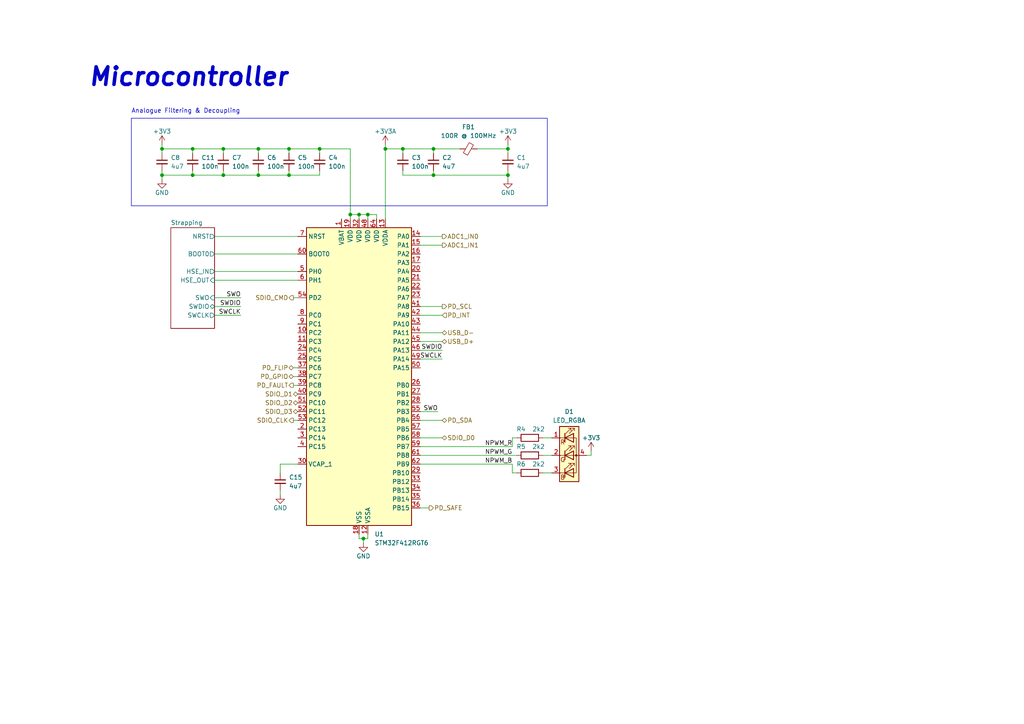
<source format=kicad_sch>
(kicad_sch (version 20230121) (generator eeschema)
  (paper "A4")
  (title_block (title "USBC-PowerSwitcher") (date "2023-08-26") (rev "R0") (company "s-grundner"))
  (lib_symbols
    (symbol "Device:C_Small" (pin_numbers hide) (pin_names (offset 0.254) hide)
      (property "Reference" "C" (at 0.254 1.778 0))
      (property "Value" "C_Small" (at 0.254 -2.032 0))
      (symbol "C_Small_0_1"
        (polyline (pts (xy -1.524 -0.508) (xy 1.524 -0.508)) (stroke (width 0.3302)))
        (polyline (pts (xy -1.524 0.508) (xy 1.524 0.508)) (stroke (width 0.3048)))
      )
      (symbol "C_Small_1_1"
        (pin passive line (at 0 2.54 270) (length 2.032) (name "~") (number "1"))
        (pin passive line (at 0 -2.54 90) (length 2.032) (name "~") (number "2"))
      )
    )
    (symbol "Device:FerriteBead_Small" (pin_numbers hide) (pin_names (offset 0))
      (property "Reference" "FB" (at 1.905 1.27 0))
      (property "Value" "FerriteBead_Small" (at 1.905 -1.27 0))
      (symbol "FerriteBead_Small_0_1"
        (polyline (pts (xy 0 -1.27) (xy 0 -0.7874)))
        (polyline (pts (xy 0 0.889) (xy 0 1.2954)))
        (polyline (pts (xy -1.8288 0.2794) (xy -1.1176 1.4986) (xy 1.8288 -0.2032) (xy 1.1176 -1.4224) (xy -1.8288 0.2794)))
      )
      (symbol "FerriteBead_Small_1_1"
        (pin passive line (at 0 2.54 270) (length 1.27) (name "~") (number "1"))
        (pin passive line (at 0 -2.54 90) (length 1.27) (name "~") (number "2"))
      )
    )
    (symbol "Device:LED_RGBA" (pin_names (offset 0) hide)
      (property "Reference" "D" (at 0 9.398 0))
      (property "Value" "LED_RGBA" (at 0 -8.89 0))
      (symbol "LED_RGBA_0_0"
        (text "B" (at -1.905 -6.35 0) (effects (font (size 1.27 1.27))))
        (text "G" (at -1.905 -1.27 0) (effects (font (size 1.27 1.27))))
        (text "R" (at -1.905 3.81 0) (effects (font (size 1.27 1.27))))
      )
      (symbol "LED_RGBA_0_1"
        (polyline (pts (xy -1.27 -5.08) (xy -2.54 -5.08)))
        (polyline (pts (xy -1.27 -5.08) (xy 1.27 -5.08)))
        (polyline (pts (xy -1.27 -3.81) (xy -1.27 -6.35)) (stroke (width 0.254)))
        (polyline (pts (xy -1.27 0) (xy -2.54 0)))
        (polyline (pts (xy -1.27 1.27) (xy -1.27 -1.27)) (stroke (width 0.254)))
        (polyline (pts (xy -1.27 5.08) (xy -2.54 5.08)))
        (polyline (pts (xy -1.27 5.08) (xy 1.27 5.08)))
        (polyline (pts (xy -1.27 6.35) (xy -1.27 3.81)) (stroke (width 0.254)))
        (polyline (pts (xy 1.27 0) (xy -1.27 0)))
        (polyline (pts (xy 1.27 0) (xy 2.54 0)))
        (polyline (pts (xy -1.27 1.27) (xy -1.27 -1.27) (xy -1.27 -1.27)))
        (polyline (pts (xy -1.27 6.35) (xy -1.27 3.81) (xy -1.27 3.81)))
        (polyline (pts (xy 1.27 -5.08) (xy 2.032 -5.08) (xy 2.032 5.08) (xy 1.27 5.08)))
        (polyline (pts (xy 1.27 -3.81) (xy 1.27 -6.35) (xy -1.27 -5.08) (xy 1.27 -3.81)) (stroke (width 0.254)))
        (polyline (pts (xy 1.27 1.27) (xy 1.27 -1.27) (xy -1.27 0) (xy 1.27 1.27)) (stroke (width 0.254)))
        (polyline (pts (xy 1.27 6.35) (xy 1.27 3.81) (xy -1.27 5.08) (xy 1.27 6.35)) (stroke (width 0.254)))
        (polyline (pts (xy -1.016 -3.81) (xy 0.508 -2.286) (xy -0.254 -2.286) (xy 0.508 -2.286) (xy 0.508 -3.048)))
        (polyline (pts (xy -1.016 1.27) (xy 0.508 2.794) (xy -0.254 2.794) (xy 0.508 2.794) (xy 0.508 2.032)))
        (polyline (pts (xy -1.016 6.35) (xy 0.508 7.874) (xy -0.254 7.874) (xy 0.508 7.874) (xy 0.508 7.112)))
        (polyline (pts (xy 0 -3.81) (xy 1.524 -2.286) (xy 0.762 -2.286) (xy 1.524 -2.286) (xy 1.524 -3.048)))
        (polyline (pts (xy 0 1.27) (xy 1.524 2.794) (xy 0.762 2.794) (xy 1.524 2.794) (xy 1.524 2.032)))
        (polyline (pts (xy 0 6.35) (xy 1.524 7.874) (xy 0.762 7.874) (xy 1.524 7.874) (xy 1.524 7.112)))
        (rectangle (start 1.27 -1.27) (end 1.27 1.27))
        (rectangle (start 1.27 1.27) (end 1.27 1.27))
        (rectangle (start 1.27 3.81) (end 1.27 6.35))
        (rectangle (start 1.27 6.35) (end 1.27 6.35))
        (circle (center 2.032 0) (radius 0.254) (fill (type outline)))
        (rectangle (start 2.794 8.382) (end -2.794 -7.62) (stroke (width 0.254)) (fill (type background)))
      )
      (symbol "LED_RGBA_1_1"
        (pin passive line (at -5.08 5.08 0) (length 2.54) (name "RK") (number "1"))
        (pin passive line (at -5.08 0 0) (length 2.54) (name "GK") (number "2"))
        (pin passive line (at -5.08 -5.08 0) (length 2.54) (name "BK") (number "3"))
        (pin passive line (at 5.08 0 180) (length 2.54) (name "A") (number "4"))
      )
    )
    (symbol "Device:R" (pin_numbers hide) (pin_names (offset 0))
      (property "Reference" "R" (at 2.032 0 90))
      (property "Value" "R" (at 0 0 90))
      (symbol "R_0_1"
        (rectangle (start -1.016 -2.54) (end 1.016 2.54) (stroke (width 0.254)))
      )
      (symbol "R_1_1"
        (pin passive line (at 0 3.81 270) (length 1.27) (name "~") (number "1"))
        (pin passive line (at 0 -3.81 90) (length 1.27) (name "~") (number "2"))
      )
    )
    (symbol "MCU_ST_STM32F4:STM32F412RGTx"
      (property "Reference" "U" (at -15.24 44.45 0))
      (property "Value" "STM32F412RGTx" (at 10.16 44.45 0))
      (symbol "STM32F412RGTx_0_1"
        (rectangle (start -15.24 -43.18) (end 15.24 43.18) (stroke (width 0.254)) (fill (type background)))
      )
      (symbol "STM32F412RGTx_1_1"
        (pin power_in line (at -5.08 45.72 270) (length 2.54) (name "VBAT") (number "1"))
        (pin bidirectional line (at -17.78 12.7 0) (length 2.54) (name "PC2") (number "10"))
        (pin bidirectional line (at -17.78 10.16 0) (length 2.54) (name "PC3") (number "11"))
        (pin power_in line (at 2.54 -45.72 90) (length 2.54) (name "VSSA") (number "12"))
        (pin power_in line (at 7.62 45.72 270) (length 2.54) (name "VDDA") (number "13"))
        (pin bidirectional line (at 17.78 40.64 180) (length 2.54) (name "PA0") (number "14"))
        (pin bidirectional line (at 17.78 38.1 180) (length 2.54) (name "PA1") (number "15"))
        (pin bidirectional line (at 17.78 35.56 180) (length 2.54) (name "PA2") (number "16"))
        (pin bidirectional line (at 17.78 33.02 180) (length 2.54) (name "PA3") (number "17"))
        (pin power_in line (at 0 -45.72 90) (length 2.54) (name "VSS") (number "18"))
        (pin power_in line (at -2.54 45.72 270) (length 2.54) (name "VDD") (number "19"))
        (pin bidirectional line (at -17.78 -15.24 0) (length 2.54) (name "PC13") (number "2"))
        (pin bidirectional line (at 17.78 30.48 180) (length 2.54) (name "PA4") (number "20"))
        (pin bidirectional line (at 17.78 27.94 180) (length 2.54) (name "PA5") (number "21"))
        (pin bidirectional line (at 17.78 25.4 180) (length 2.54) (name "PA6") (number "22"))
        (pin bidirectional line (at 17.78 22.86 180) (length 2.54) (name "PA7") (number "23"))
        (pin bidirectional line (at -17.78 7.62 0) (length 2.54) (name "PC4") (number "24"))
        (pin bidirectional line (at -17.78 5.08 0) (length 2.54) (name "PC5") (number "25"))
        (pin bidirectional line (at 17.78 -2.54 180) (length 2.54) (name "PB0") (number "26"))
        (pin bidirectional line (at 17.78 -5.08 180) (length 2.54) (name "PB1") (number "27"))
        (pin bidirectional line (at 17.78 -7.62 180) (length 2.54) (name "PB2") (number "28"))
        (pin bidirectional line (at 17.78 -27.94 180) (length 2.54) (name "PB10") (number "29"))
        (pin bidirectional line (at -17.78 -17.78 0) (length 2.54) (name "PC14") (number "3"))
        (pin power_out line (at -17.78 -25.4 0) (length 2.54) (name "VCAP_1") (number "30"))
        (pin passive line (at 0 -45.72 90) (length 2.54) hide (name "VSS") (number "31"))
        (pin power_in line (at 0 45.72 270) (length 2.54) (name "VDD") (number "32"))
        (pin bidirectional line (at 17.78 -30.48 180) (length 2.54) (name "PB12") (number "33"))
        (pin bidirectional line (at 17.78 -33.02 180) (length 2.54) (name "PB13") (number "34"))
        (pin bidirectional line (at 17.78 -35.56 180) (length 2.54) (name "PB14") (number "35"))
        (pin bidirectional line (at 17.78 -38.1 180) (length 2.54) (name "PB15") (number "36"))
        (pin bidirectional line (at -17.78 2.54 0) (length 2.54) (name "PC6") (number "37"))
        (pin bidirectional line (at -17.78 0 0) (length 2.54) (name "PC7") (number "38"))
        (pin bidirectional line (at -17.78 -2.54 0) (length 2.54) (name "PC8") (number "39"))
        (pin bidirectional line (at -17.78 -20.32 0) (length 2.54) (name "PC15") (number "4"))
        (pin bidirectional line (at -17.78 -5.08 0) (length 2.54) (name "PC9") (number "40"))
        (pin bidirectional line (at 17.78 20.32 180) (length 2.54) (name "PA8") (number "41"))
        (pin bidirectional line (at 17.78 17.78 180) (length 2.54) (name "PA9") (number "42"))
        (pin bidirectional line (at 17.78 15.24 180) (length 2.54) (name "PA10") (number "43"))
        (pin bidirectional line (at 17.78 12.7 180) (length 2.54) (name "PA11") (number "44"))
        (pin bidirectional line (at 17.78 10.16 180) (length 2.54) (name "PA12") (number "45"))
        (pin bidirectional line (at 17.78 7.62 180) (length 2.54) (name "PA13") (number "46"))
        (pin passive line (at 0 -45.72 90) (length 2.54) hide (name "VSS") (number "47"))
        (pin power_in line (at 2.54 45.72 270) (length 2.54) (name "VDD") (number "48"))
        (pin bidirectional line (at 17.78 5.08 180) (length 2.54) (name "PA14") (number "49"))
        (pin bidirectional line (at -17.78 30.48 0) (length 2.54) (name "PH0") (number "5"))
        (pin bidirectional line (at 17.78 2.54 180) (length 2.54) (name "PA15") (number "50"))
        (pin bidirectional line (at -17.78 -7.62 0) (length 2.54) (name "PC10") (number "51"))
        (pin bidirectional line (at -17.78 -10.16 0) (length 2.54) (name "PC11") (number "52"))
        (pin bidirectional line (at -17.78 -12.7 0) (length 2.54) (name "PC12") (number "53"))
        (pin bidirectional line (at -17.78 22.86 0) (length 2.54) (name "PD2") (number "54"))
        (pin bidirectional line (at 17.78 -10.16 180) (length 2.54) (name "PB3") (number "55"))
        (pin bidirectional line (at 17.78 -12.7 180) (length 2.54) (name "PB4") (number "56"))
        (pin bidirectional line (at 17.78 -15.24 180) (length 2.54) (name "PB5") (number "57"))
        (pin bidirectional line (at 17.78 -17.78 180) (length 2.54) (name "PB6") (number "58"))
        (pin bidirectional line (at 17.78 -20.32 180) (length 2.54) (name "PB7") (number "59"))
        (pin bidirectional line (at -17.78 27.94 0) (length 2.54) (name "PH1") (number "6"))
        (pin input line (at -17.78 35.56 0) (length 2.54) (name "BOOT0") (number "60"))
        (pin bidirectional line (at 17.78 -22.86 180) (length 2.54) (name "PB8") (number "61"))
        (pin bidirectional line (at 17.78 -25.4 180) (length 2.54) (name "PB9") (number "62"))
        (pin passive line (at 0 -45.72 90) (length 2.54) hide (name "VSS") (number "63"))
        (pin power_in line (at 5.08 45.72 270) (length 2.54) (name "VDD") (number "64"))
        (pin input line (at -17.78 40.64 0) (length 2.54) (name "NRST") (number "7"))
        (pin bidirectional line (at -17.78 17.78 0) (length 2.54) (name "PC0") (number "8"))
        (pin bidirectional line (at -17.78 15.24 0) (length 2.54) (name "PC1") (number "9"))
      )
    )
    (symbol "power:+3V3" (power) (pin_names (offset 0))
      (property "Value" "+3V3" (at 0 3.556 0))
      (symbol "+3V3_0_1"
        (polyline (pts (xy -0.762 1.27) (xy 0 2.54)))
        (polyline (pts (xy 0 0) (xy 0 2.54)))
        (polyline (pts (xy 0 2.54) (xy 0.762 1.27)))
      )
      (symbol "+3V3_1_1"
        (pin power_in line (at 0 0 90) (length 0) hide (name "+3V3") (number "1"))
      )
    )
    (symbol "power:+3V3A" (power) (pin_names (offset 0))
      (property "Value" "+3V3A" (at 0 3.556 0))
      (symbol "+3V3A_0_1"
        (polyline (pts (xy -0.762 1.27) (xy 0 2.54)))
        (polyline (pts (xy 0 0) (xy 0 2.54)))
        (polyline (pts (xy 0 2.54) (xy 0.762 1.27)))
      )
      (symbol "+3V3A_1_1"
        (pin power_in line (at 0 0 90) (length 0) hide (name "+3V3A") (number "1"))
      )
    )
    (symbol "power:GND" (power) (pin_names (offset 0))
      (property "Value" "GND" (at 0 -3.81 0))
      (symbol "GND_0_1"
        (polyline (pts (xy 0 0) (xy 0 -1.27) (xy 1.27 -1.27) (xy 0 -2.54) (xy -1.27 -1.27) (xy 0 -1.27)))
      )
      (symbol "GND_1_1"
        (pin power_in line (at 0 0 270) (length 0) hide (name "GND") (number "1"))
      )
    )
  )
  (junction (at 83.82 50.8))
  (junction (at 46.99 43.18))
  (junction (at 125.73 50.8))
  (junction (at 104.14 62.23))
  (junction (at 106.68 62.23))
  (junction (at 64.77 50.8))
  (junction (at 55.88 43.18))
  (junction (at 101.6 62.23))
  (junction (at 83.82 43.18))
  (junction (at 125.73 43.18))
  (junction (at 147.32 50.8))
  (junction (at 74.93 50.8))
  (junction (at 105.41 156.21))
  (junction (at 74.93 43.18))
  (junction (at 92.71 43.18))
  (junction (at 46.99 50.8))
  (junction (at 111.76 43.18))
  (junction (at 147.32 43.18))
  (junction (at 116.84 43.18))
  (junction (at 55.88 50.8))
  (junction (at 64.77 43.18))
  (wire (pts (xy 125.73 50.8) (xy 147.32 50.8)))
  (wire (pts (xy 121.92 96.52) (xy 128.27 96.52)))
  (wire (pts (xy 62.23 91.44) (xy 69.85 91.44)))
  (wire (pts (xy 85.09 111.76) (xy 86.36 111.76)))
  (wire (pts (xy 121.92 99.06) (xy 128.27 99.06)))
  (wire (pts (xy 121.92 129.54) (xy 148.59 129.54)))
  (wire (pts (xy 109.22 63.5) (xy 109.22 62.23)))
  (wire (pts (xy 105.41 157.48) (xy 105.41 156.21)))
  (wire (pts (xy 92.71 43.18) (xy 83.82 43.18)))
  (wire (pts (xy 64.77 43.18) (xy 64.77 44.45)))
  (wire (pts (xy 92.71 44.45) (xy 92.71 43.18)))
  (wire (pts (xy 85.09 106.68) (xy 86.36 106.68)))
  (wire (pts (xy 124.46 147.32) (xy 121.92 147.32)))
  (wire (pts (xy 62.23 73.66) (xy 86.36 73.66)))
  (wire (pts (xy 148.59 127) (xy 149.86 127)))
  (wire (pts (xy 55.88 43.18) (xy 64.77 43.18)))
  (wire (pts (xy 46.99 43.18) (xy 46.99 44.45)))
  (wire (pts (xy 62.23 81.28) (xy 86.36 81.28)))
  (wire (pts (xy 106.68 154.94) (xy 106.68 156.21)))
  (wire (pts (xy 83.82 50.8) (xy 74.93 50.8)))
  (wire (pts (xy 171.45 132.08) (xy 171.45 130.81)))
  (wire (pts (xy 81.28 143.51) (xy 81.28 142.24)))
  (wire (pts (xy 83.82 49.53) (xy 83.82 50.8)))
  (wire (pts (xy 148.59 134.62) (xy 148.59 137.16)))
  (wire (pts (xy 104.14 62.23) (xy 101.6 62.23)))
  (wire (pts (xy 105.41 156.21) (xy 106.68 156.21)))
  (wire (pts (xy 128.27 91.44) (xy 121.92 91.44)))
  (wire (pts (xy 74.93 43.18) (xy 74.93 44.45)))
  (wire (pts (xy 106.68 63.5) (xy 106.68 62.23)))
  (wire (pts (xy 85.09 109.22) (xy 86.36 109.22)))
  (wire (pts (xy 111.76 41.91) (xy 111.76 43.18)))
  (wire (pts (xy 148.59 129.54) (xy 148.59 127)))
  (wire (pts (xy 101.6 43.18) (xy 92.71 43.18)))
  (wire (pts (xy 125.73 43.18) (xy 133.35 43.18)))
  (wire (pts (xy 55.88 43.18) (xy 55.88 44.45)))
  (wire (pts (xy 121.92 132.08) (xy 149.86 132.08)))
  (wire (pts (xy 62.23 78.74) (xy 86.36 78.74)))
  (wire (pts (xy 46.99 50.8) (xy 55.88 50.8)))
  (wire (pts (xy 83.82 43.18) (xy 74.93 43.18)))
  (wire (pts (xy 128.27 104.14) (xy 121.92 104.14)))
  (wire (pts (xy 127 119.38) (xy 121.92 119.38)))
  (wire (pts (xy 111.76 43.18) (xy 116.84 43.18)))
  (wire (pts (xy 157.48 127) (xy 160.02 127)))
  (wire (pts (xy 138.43 43.18) (xy 147.32 43.18)))
  (wire (pts (xy 170.18 132.08) (xy 171.45 132.08)))
  (wire (pts (xy 147.32 50.8) (xy 147.32 52.07)))
  (wire (pts (xy 55.88 49.53) (xy 55.88 50.8)))
  (wire (pts (xy 55.88 50.8) (xy 64.77 50.8)))
  (wire (pts (xy 104.14 63.5) (xy 104.14 62.23)))
  (wire (pts (xy 125.73 50.8) (xy 116.84 50.8)))
  (wire (pts (xy 62.23 68.58) (xy 86.36 68.58)))
  (wire (pts (xy 147.32 44.45) (xy 147.32 43.18)))
  (wire (pts (xy 116.84 43.18) (xy 125.73 43.18)))
  (wire (pts (xy 128.27 88.9) (xy 121.92 88.9)))
  (wire (pts (xy 62.23 88.9) (xy 69.85 88.9)))
  (wire (pts (xy 104.14 154.94) (xy 104.14 156.21)))
  (wire (pts (xy 160.02 132.08) (xy 157.48 132.08)))
  (wire (pts (xy 92.71 49.53) (xy 92.71 50.8)))
  (wire (pts (xy 101.6 63.5) (xy 101.6 62.23)))
  (wire (pts (xy 62.23 86.36) (xy 69.85 86.36)))
  (wire (pts (xy 116.84 49.53) (xy 116.84 50.8)))
  (wire (pts (xy 128.27 101.6) (xy 121.92 101.6)))
  (wire (pts (xy 46.99 50.8) (xy 46.99 49.53)))
  (wire (pts (xy 148.59 137.16) (xy 149.86 137.16)))
  (wire (pts (xy 46.99 41.91) (xy 46.99 43.18)))
  (wire (pts (xy 81.28 134.62) (xy 81.28 137.16)))
  (wire (pts (xy 125.73 43.18) (xy 125.73 44.45)))
  (wire (pts (xy 111.76 43.18) (xy 111.76 63.5)))
  (wire (pts (xy 106.68 62.23) (xy 109.22 62.23)))
  (wire (pts (xy 106.68 62.23) (xy 104.14 62.23)))
  (wire (pts (xy 74.93 49.53) (xy 74.93 50.8)))
  (wire (pts (xy 105.41 156.21) (xy 104.14 156.21)))
  (wire (pts (xy 86.36 134.62) (xy 81.28 134.62)))
  (wire (pts (xy 74.93 50.8) (xy 64.77 50.8)))
  (wire (pts (xy 85.09 121.92) (xy 86.36 121.92)))
  (wire (pts (xy 85.09 86.36) (xy 86.36 86.36)))
  (wire (pts (xy 147.32 41.91) (xy 147.32 43.18)))
  (wire (pts (xy 46.99 50.8) (xy 46.99 52.07)))
  (wire (pts (xy 128.27 127) (xy 121.92 127)))
  (wire (pts (xy 101.6 62.23) (xy 101.6 43.18)))
  (wire (pts (xy 125.73 49.53) (xy 125.73 50.8)))
  (wire (pts (xy 92.71 50.8) (xy 83.82 50.8)))
  (wire (pts (xy 83.82 43.18) (xy 83.82 44.45)))
  (wire (pts (xy 121.92 71.12) (xy 128.27 71.12)))
  (wire (pts (xy 64.77 49.53) (xy 64.77 50.8)))
  (wire (pts (xy 46.99 43.18) (xy 55.88 43.18)))
  (wire (pts (xy 157.48 137.16) (xy 160.02 137.16)))
  (wire (pts (xy 147.32 49.53) (xy 147.32 50.8)))
  (wire (pts (xy 121.92 68.58) (xy 128.27 68.58)))
  (wire (pts (xy 116.84 43.18) (xy 116.84 44.45)))
  (wire (pts (xy 128.27 121.92) (xy 121.92 121.92)))
  (wire (pts (xy 121.92 134.62) (xy 148.59 134.62)))
  (wire (pts (xy 74.93 43.18) (xy 64.77 43.18)))
  (rectangle (start 38.1 34.29) (end 158.75 59.69))
  (text "Analogue Filtering & Decoupling" (at 38.1 33.02 0) (effects (font (size 1.27 1.27)) (justify left bottom)))
  (text "Microcontroller" (at 25.4 25.4 0) (effects (font (size 5.08 5.08) (thickness 1.016) bold italic) (justify left bottom)))
  (label "NPWM_R" (at 148.59 129.54 180))
  (label "SWDIO" (at 69.85 88.9 180))
  (label "NPWM_B" (at 148.59 134.62 180))
  (label "SWCLK" (at 69.85 91.44 180))
  (label "NPWM_G" (at 148.59 132.08 180))
  (label "SWO" (at 127 119.38 180))
  (label "SWCLK" (at 128.27 104.14 180))
  (label "SWDIO" (at 128.27 101.6 180))
  (label "SWO" (at 69.85 86.36 180))
  (hierarchical_label "PD_FAULT" (shape output) (at 85.09 111.76 180))
  (hierarchical_label "SDIO_CLK" (shape output) (at 85.09 121.92 180))
  (hierarchical_label "ADC1_IN1" (shape output) (at 128.27 71.12 0))
  (hierarchical_label "SDIO_D2" (shape bidirectional) (at 86.36 116.84 180))
  (hierarchical_label "PD_FLIP" (shape tri_state) (at 85.09 106.68 180))
  (hierarchical_label "SDIO_CMD" (shape output) (at 85.09 86.36 180))
  (hierarchical_label "PD_SAFE" (shape output) (at 124.46 147.32 0))
  (hierarchical_label "SDIO_D1" (shape bidirectional) (at 86.36 114.3 180))
  (hierarchical_label "PD_GPIO" (shape bidirectional) (at 85.09 109.22 180))
  (hierarchical_label "SDIO_D3" (shape bidirectional) (at 86.36 119.38 180))
  (hierarchical_label "PD_SCL" (shape output) (at 128.27 88.9 0))
  (hierarchical_label "USB_D+" (shape bidirectional) (at 128.27 99.06 0))
  (hierarchical_label "ADC1_IN0" (shape output) (at 128.27 68.58 0))
  (hierarchical_label "SDIO_D0" (shape bidirectional) (at 128.27 127 0))
  (hierarchical_label "USB_D-" (shape bidirectional) (at 128.27 96.52 0))
  (hierarchical_label "PD_INT" (shape input) (at 128.27 91.44 0))
  (hierarchical_label "PD_SDA" (shape bidirectional) (at 128.27 121.92 0))
  (symbol (lib_id "Device:R") (at 153.67 137.16 90) (unit 1)
    (property "Reference" "R6" (at 151.13 134.62 90))
    (property "Value" "2k2" (at 156.21 134.62 90))
    (property "Footprint" "Resistor_SMD:R_0805_2012Metric_Pad1.20x1.40mm_HandSolder" (effects hide))
    (instances (project "MCU" (path "" (reference "R6") (unit 1))) (project "USBC-PowerSwitcher" (path "" (reference "R21") (unit 1))) (project "STM32_DevBoard" (path "" (reference "R6") (unit 1))))
  )
  (symbol (lib_id "Device:C_Small") (at 81.28 139.7 0) (unit 1)
    (property "Reference" "C15" (at 83.82 138.4363 0) (effects (justify left)))
    (property "Value" "4u7" (at 83.82 140.9763 0) (effects (justify left)))
  )
  (symbol (lib_id "Device:FerriteBead_Small") (at 135.89 43.18 90) (unit 1)
    (property "Reference" "FB1" (at 135.89 36.83 90))
    (property "Value" "100R @ 100MHz" (at 135.89 39.37 90))
  )
  (symbol (lib_id "Device:C_Small") (at 55.88 46.99 0) (unit 1)
    (property "Reference" "C11" (at 58.42 45.7263 0) (effects (justify left)))
    (property "Value" "100n" (at 58.42 48.2663 0) (effects (justify left)))
  )
  (symbol (lib_id "power:+3V3") (at 171.45 130.81 0) (unit 1)
    (property "Reference" "#PWR024" (effects hide))
    (property "Value" "+3V3" (at 171.45 127 0))
    (instances (project "MCU" (path "" (reference "#PWR024") (unit 1))) (project "USBC-PowerSwitcher" (path "" (reference "#PWR044") (unit 1))) (project "STM32_DevBoard" (path "" (reference "#PWR024") (unit 1))))
  )
  (symbol (lib_id "Device:R") (at 153.67 127 90) (unit 1)
    (property "Reference" "R4" (at 151.13 124.46 90))
    (property "Value" "2k2" (at 156.21 124.46 90))
    (property "Footprint" "Resistor_SMD:R_0805_2012Metric_Pad1.20x1.40mm_HandSolder" (effects hide))
    (instances (project "MCU" (path "" (reference "R4") (unit 1))) (project "USBC-PowerSwitcher" (path "" (reference "R19") (unit 1))) (project "STM32_DevBoard" (path "" (reference "R4") (unit 1))))
  )
  (symbol (lib_id "Device:C_Small") (at 74.93 46.99 0) (unit 1)
    (property "Reference" "C6" (at 77.47 45.7263 0) (effects (justify left)))
    (property "Value" "100n" (at 77.47 48.2663 0) (effects (justify left)))
  )
  (symbol (lib_id "power:GND") (at 46.99 52.07 0) (unit 1)
    (property "Reference" "#PWR04" (effects hide))
    (property "Value" "GND" (at 46.99 55.88 0))
  )
  (symbol (lib_id "Device:C_Small") (at 46.99 46.99 0) (unit 1)
    (property "Reference" "C8" (at 49.53 45.7263 0) (effects (justify left)))
    (property "Value" "4u7" (at 49.53 48.2663 0) (effects (justify left)))
  )
  (symbol (lib_id "Device:C_Small") (at 64.77 46.99 0) (unit 1)
    (property "Reference" "C7" (at 67.31 45.7263 0) (effects (justify left)))
    (property "Value" "100n" (at 67.31 48.2663 0) (effects (justify left)))
  )
  (symbol (lib_id "Device:R") (at 153.67 132.08 90) (unit 1)
    (property "Reference" "R5" (at 151.13 129.54 90))
    (property "Value" "2k2" (at 156.21 129.54 90))
    (property "Footprint" "Resistor_SMD:R_0805_2012Metric_Pad1.20x1.40mm_HandSolder" (effects hide))
    (instances (project "MCU" (path "" (reference "R5") (unit 1))) (project "USBC-PowerSwitcher" (path "" (reference "R20") (unit 1))) (project "STM32_DevBoard" (path "" (reference "R5") (unit 1))))
  )
  (symbol (lib_id "power:+3V3") (at 46.99 41.91 0) (unit 1)
    (property "Reference" "#PWR03" (effects hide))
    (property "Value" "+3V3" (at 46.99 38.1 0))
  )
  (symbol (lib_id "power:GND") (at 105.41 157.48 0) (unit 1)
    (property "Reference" "#PWR017" (effects hide))
    (property "Value" "GND" (at 105.41 161.29 0))
  )
  (symbol (lib_id "Device:C_Small") (at 83.82 46.99 0) (unit 1)
    (property "Reference" "C5" (at 86.36 45.7263 0) (effects (justify left)))
    (property "Value" "100n" (at 86.36 48.2663 0) (effects (justify left)))
  )
  (symbol (lib_id "Device:C_Small") (at 92.71 46.99 0) (unit 1)
    (property "Reference" "C4" (at 95.25 45.7263 0) (effects (justify left)))
    (property "Value" "100n" (at 95.25 48.2663 0) (effects (justify left)))
  )
  (symbol (lib_id "Device:LED_RGBA") (at 165.1 132.08 0) (unit 1)
    (property "Reference" "D1" (at 165.1 119.38 0))
    (property "Value" "LED_RGBA" (at 165.1 121.92 0))
    (property "Footprint" "LED_SMD:LED_SK6812MINI_PLCC4_3.5x3.5mm_P1.75mm" (effects hide))
    (instances (project "MCU" (path "" (reference "D1") (unit 1))) (project "USBC-PowerSwitcher" (path "" (reference "D8") (unit 1))) (project "STM32_DevBoard" (path "" (reference "D1") (unit 1))))
  )
  (symbol (lib_id "Device:C_Small") (at 125.73 46.99 0) (unit 1)
    (property "Reference" "C2" (at 128.27 45.7263 0) (effects (justify left)))
    (property "Value" "4u7" (at 128.27 48.2663 0) (effects (justify left)))
  )
  (symbol (lib_id "Device:C_Small") (at 147.32 46.99 0) (unit 1)
    (property "Reference" "C1" (at 149.86 45.7263 0) (effects (justify left)))
    (property "Value" "4u7" (at 149.86 48.2663 0) (effects (justify left)))
  )
  (symbol (lib_id "power:GND") (at 81.28 143.51 0) (unit 1)
    (property "Reference" "#PWR018" (effects hide))
    (property "Value" "GND" (at 81.28 147.32 0))
  )
  (symbol (lib_id "Device:C_Small") (at 116.84 46.99 0) (unit 1)
    (property "Reference" "C3" (at 119.38 45.7263 0) (effects (justify left)))
    (property "Value" "100n" (at 119.38 48.2663 0) (effects (justify left)))
  )
  (symbol (lib_id "power:GND") (at 147.32 52.07 0) (unit 1)
    (property "Reference" "#PWR05" (effects hide))
    (property "Value" "GND" (at 147.32 55.88 0))
  )
  (symbol (lib_id "MCU_ST_STM32F4:STM32F412RGTx") (at 104.14 109.22 0) (unit 1)
    (property "Reference" "U1" (at 108.6359 154.94 0) (effects (justify left)))
    (property "Value" "STM32F412RGT6" (at 108.6359 157.48 0) (effects (justify left)))
    (property "Footprint" "Package_QFP:LQFP-64_10x10mm_P0.5mm" (effects hide))
    (property "Datasheet" "https://www.st.com/resource/en/datasheet/stm32f412rg.pdf" (effects hide))
  )
  (symbol (lib_id "power:+3V3") (at 147.32 41.91 0) (unit 1)
    (property "Reference" "#PWR01" (effects hide))
    (property "Value" "+3V3" (at 147.32 38.1 0))
  )
  (symbol (lib_id "power:+3V3A") (at 111.76 41.91 0) (unit 1)
    (property "Reference" "#PWR02" (effects hide))
    (property "Value" "+3V3A" (at 111.76 38.1 0))
  )
  (sheet (at 49.53 66.04) (size 12.7 29.21) (stroke (width 0.1524))
    (property "Sheetname" "Strapping" (at 49.53 65.3284 0) (effects (justify left bottom)))
    (property "Sheetfile" "Strapping.kicad_sch" (effects hide))
    (pin "HSE_IN" output (at 62.23 78.74 0))
    (pin "HSE_OUT" input (at 62.23 81.28 0))
    (pin "BOOT0" output (at 62.23 73.66 0))
    (pin "SWO" input (at 62.23 86.36 0))
    (pin "NRST" output (at 62.23 68.58 0))
    (pin "SWDIO" bidirectional (at 62.23 88.9 0))
    (pin "SWCLK" output (at 62.23 91.44 0))
  )
)
</source>
